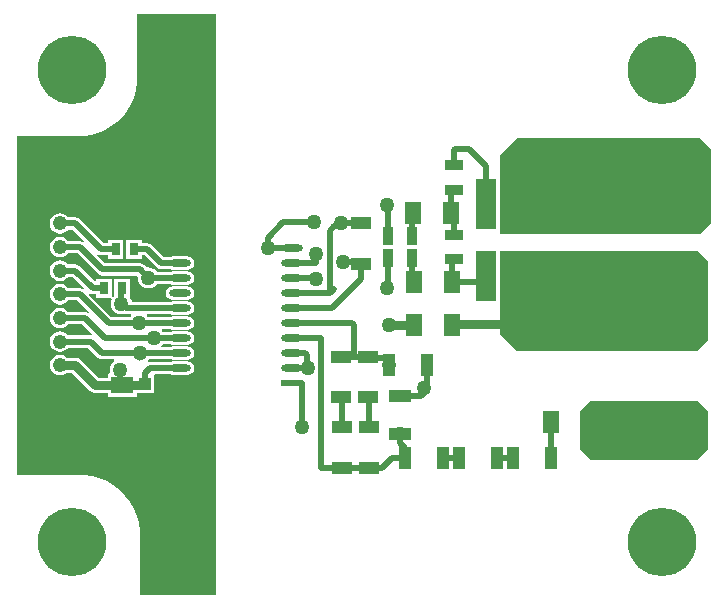
<source format=gtl>
G04 Layer_Physical_Order=1*
G04 Layer_Color=255*
%FSLAX44Y44*%
%MOMM*%
G71*
G01*
G75*
%ADD10R,1.1000X1.8500*%
%ADD11R,1.8500X1.1000*%
%ADD12R,1.9000X1.4500*%
%ADD13R,1.1000X1.0000*%
%ADD14R,1.8500X0.6000*%
%ADD15O,1.8500X0.6000*%
%ADD16R,1.4500X1.9000*%
%ADD17R,0.8000X1.0500*%
%ADD18R,0.9000X1.5000*%
%ADD19R,1.5000X0.9000*%
%ADD20R,7.6400X4.2700*%
%ADD21R,1.6600X4.2700*%
%ADD22R,1.7500X1.1000*%
%ADD23C,0.5000*%
%ADD24C,0.7500*%
%ADD25R,1.2192X1.2192*%
%ADD26C,1.2192*%
%ADD27C,2.5000*%
%ADD28C,2.4130*%
%ADD29C,5.8000*%
%ADD30C,1.2700*%
%ADD31C,1.0000*%
%ADD32C,1.3000*%
G36*
X589000Y161000D02*
X589000Y129000D01*
X580000Y120000D01*
X489000Y120000D01*
X480000Y129000D01*
X480000Y161000D01*
X489000Y170000D01*
X580000Y170000D01*
X589000Y161000D01*
D02*
G37*
G36*
X580000Y297000D02*
X589000Y288000D01*
X589000Y221000D01*
X580000Y212000D01*
X427000D01*
X413000Y226000D01*
Y297000D01*
X580000Y297000D01*
D02*
G37*
G36*
X591000Y383000D02*
X591000Y320000D01*
X582000Y311000D01*
X413000Y311000D01*
X413000Y378000D01*
X427000Y392000D01*
X582000Y392000D01*
X591000Y383000D01*
D02*
G37*
G36*
X172000Y5000D02*
X108000D01*
X108000Y56000D01*
X107891Y59335D01*
X107020Y65950D01*
X105293Y72393D01*
X102740Y78557D01*
X99405Y84334D01*
X95344Y89627D01*
X90627Y94344D01*
X85334Y98405D01*
X79557Y101740D01*
X73393Y104293D01*
X66950Y106020D01*
X60335Y106891D01*
X57000Y107000D01*
X57000Y107000D01*
X57000Y107000D01*
X4000Y107000D01*
Y394000D01*
X57000Y394000D01*
X60139Y394103D01*
X66364Y394922D01*
X72429Y396547D01*
X78230Y398950D01*
X83667Y402090D01*
X88649Y405912D01*
X93088Y410351D01*
X96910Y415333D01*
X100050Y420770D01*
X102453Y426571D01*
X104078Y432636D01*
X104897Y438861D01*
X105000Y442000D01*
X105000Y442000D01*
X105000Y497000D01*
X172000D01*
Y5000D01*
D02*
G37*
%LPC*%
G36*
X148000Y266698D02*
X135500D01*
X133338Y266269D01*
X131506Y265044D01*
X130281Y263212D01*
X129852Y261050D01*
X130281Y258888D01*
X131506Y257056D01*
X133338Y255831D01*
X135500Y255401D01*
X148000D01*
X150162Y255831D01*
X151994Y257056D01*
X153219Y258888D01*
X153649Y261050D01*
X153219Y263212D01*
X151994Y265044D01*
X150162Y266269D01*
X148000Y266698D01*
D02*
G37*
G36*
X109290Y305790D02*
X96210D01*
Y290210D01*
X109290D01*
Y292861D01*
X111872D01*
X121916Y282816D01*
X123583Y281702D01*
X125550Y281311D01*
X133219D01*
X133338Y281231D01*
X135500Y280802D01*
X148000D01*
X150162Y281231D01*
X151994Y282456D01*
X153219Y284288D01*
X153649Y286450D01*
X153219Y288612D01*
X151994Y290444D01*
X150162Y291669D01*
X148000Y292099D01*
X135500D01*
X133338Y291669D01*
X133219Y291589D01*
X127678D01*
X117634Y301634D01*
X115967Y302748D01*
X114000Y303139D01*
X109290D01*
Y305790D01*
D02*
G37*
G36*
X40000Y328667D02*
X37745Y328370D01*
X35645Y327500D01*
X33841Y326116D01*
X32457Y324312D01*
X31586Y322211D01*
X31290Y319957D01*
X31586Y317702D01*
X32457Y315601D01*
X33841Y313797D01*
X35645Y312413D01*
X37745Y311543D01*
X40000Y311246D01*
X42254Y311543D01*
X44355Y312413D01*
X46159Y313797D01*
X46942Y314818D01*
X50915D01*
X60556Y305177D01*
X59747Y304190D01*
X59076Y304638D01*
X57109Y305029D01*
X46942D01*
X46159Y306050D01*
X44355Y307434D01*
X42254Y308304D01*
X40000Y308601D01*
X37745Y308304D01*
X35645Y307434D01*
X33841Y306050D01*
X32457Y304246D01*
X31586Y302145D01*
X31290Y299891D01*
X31586Y297636D01*
X32457Y295535D01*
X33841Y293731D01*
X35645Y292347D01*
X37745Y291477D01*
X40000Y291180D01*
X42254Y291477D01*
X44355Y292347D01*
X46159Y293731D01*
X46942Y294752D01*
X54981D01*
X72366Y277366D01*
X74033Y276252D01*
X76000Y275861D01*
X105084D01*
X106125Y274696D01*
X106033Y274000D01*
X106339Y271679D01*
X107235Y269517D01*
X108660Y267660D01*
X110517Y266235D01*
X112679Y265339D01*
X115000Y265033D01*
X117321Y265339D01*
X119483Y266235D01*
X121340Y267660D01*
X122071Y268611D01*
X133219D01*
X133338Y268531D01*
X135500Y268102D01*
X148000D01*
X150162Y268531D01*
X151994Y269756D01*
X153219Y271588D01*
X153649Y273750D01*
X153219Y275912D01*
X151994Y277744D01*
X150162Y278969D01*
X148000Y279398D01*
X135500D01*
X133338Y278969D01*
X133219Y278889D01*
X122454D01*
X121340Y280340D01*
X119483Y281765D01*
X117321Y282661D01*
X115000Y282967D01*
X113498Y282769D01*
X111634Y284634D01*
X109966Y285748D01*
X108000Y286139D01*
X78128D01*
X71553Y292714D01*
X72363Y293701D01*
X73033Y293252D01*
X75000Y292861D01*
X80710D01*
Y290210D01*
X93790D01*
Y305790D01*
X80710D01*
Y303139D01*
X77129D01*
X56677Y323590D01*
X55010Y324704D01*
X53043Y325095D01*
X46942D01*
X46159Y326116D01*
X44355Y327500D01*
X42254Y328370D01*
X40000Y328667D01*
D02*
G37*
G36*
Y288789D02*
X37745Y288492D01*
X35645Y287622D01*
X33841Y286238D01*
X32457Y284434D01*
X31586Y282333D01*
X31290Y280079D01*
X31586Y277824D01*
X32457Y275723D01*
X33841Y273919D01*
X35645Y272535D01*
X37745Y271665D01*
X40000Y271368D01*
X42254Y271665D01*
X44355Y272535D01*
X46159Y273919D01*
X46942Y274940D01*
X50793D01*
X60447Y265286D01*
X59637Y264299D01*
X58966Y264748D01*
X57000Y265139D01*
X46942D01*
X46159Y266159D01*
X44355Y267544D01*
X42254Y268414D01*
X40000Y268710D01*
X37745Y268414D01*
X35645Y267544D01*
X33841Y266159D01*
X32457Y264355D01*
X31586Y262254D01*
X31290Y260000D01*
X31586Y257745D01*
X32457Y255645D01*
X33841Y253841D01*
X35645Y252456D01*
X37745Y251586D01*
X40000Y251290D01*
X42254Y251586D01*
X44355Y252456D01*
X46159Y253841D01*
X46942Y254861D01*
X54872D01*
X64445Y245287D01*
X63636Y244301D01*
X62965Y244749D01*
X60998Y245140D01*
X46942D01*
X46159Y246161D01*
X44355Y247545D01*
X42254Y248416D01*
X40000Y248712D01*
X37745Y248416D01*
X35645Y247545D01*
X33841Y246161D01*
X32457Y244357D01*
X31586Y242256D01*
X31290Y240002D01*
X31586Y237747D01*
X32457Y235646D01*
X33841Y233843D01*
X35645Y232458D01*
X37745Y231588D01*
X40000Y231291D01*
X42254Y231588D01*
X44355Y232458D01*
X46159Y233843D01*
X46942Y234863D01*
X58870D01*
X67622Y226110D01*
X66997Y224940D01*
X66001Y225138D01*
X46942D01*
X46159Y226159D01*
X44355Y227543D01*
X42254Y228413D01*
X40000Y228710D01*
X37745Y228413D01*
X35645Y227543D01*
X33841Y226159D01*
X32457Y224354D01*
X31586Y222254D01*
X31290Y219999D01*
X31586Y217745D01*
X32457Y215644D01*
X33841Y213840D01*
X35645Y212456D01*
X37745Y211586D01*
X40000Y211289D01*
X42254Y211586D01*
X44355Y212456D01*
X46159Y213840D01*
X46942Y214860D01*
X63872D01*
X72366Y206366D01*
X74033Y205252D01*
X76000Y204861D01*
X85953D01*
X86133Y204512D01*
X86290Y203591D01*
X84660Y202340D01*
X83235Y200483D01*
X82339Y198321D01*
X82033Y196000D01*
X82289Y194060D01*
X81497Y192790D01*
X80960D01*
Y189413D01*
X72656D01*
X57534Y204536D01*
X55453Y205926D01*
X52999Y206414D01*
X45828D01*
X44355Y207544D01*
X42254Y208415D01*
X40000Y208711D01*
X37745Y208415D01*
X35645Y207544D01*
X33841Y206160D01*
X32457Y204356D01*
X31586Y202255D01*
X31290Y200001D01*
X31586Y197747D01*
X32457Y195646D01*
X33841Y193842D01*
X35645Y192457D01*
X37745Y191587D01*
X40000Y191290D01*
X42254Y191587D01*
X44355Y192457D01*
X45828Y193588D01*
X50343D01*
X65465Y178465D01*
X67546Y177075D01*
X70000Y176587D01*
X80960D01*
Y173210D01*
X105040D01*
Y176460D01*
X120040D01*
Y191540D01*
X120949Y192411D01*
X133219D01*
X133338Y192331D01*
X135500Y191901D01*
X148000D01*
X150162Y192331D01*
X151994Y193556D01*
X153219Y195388D01*
X153649Y197550D01*
X153219Y199712D01*
X151994Y201544D01*
X150162Y202769D01*
X148000Y203199D01*
X135500D01*
X133338Y202769D01*
X133219Y202689D01*
X116550D01*
X115008Y202382D01*
X114467Y203512D01*
X114459Y203568D01*
X115452Y204861D01*
X134194D01*
X135500Y204601D01*
X148000D01*
X150162Y205031D01*
X151994Y206256D01*
X153219Y208088D01*
X153649Y210250D01*
X153219Y212412D01*
X151994Y214244D01*
X150162Y215469D01*
X148000Y215898D01*
X135500D01*
X133338Y215469D01*
X132845Y215139D01*
X126445D01*
X126013Y216409D01*
X126340Y216660D01*
X127262Y217861D01*
X133144D01*
X133338Y217731D01*
X135500Y217302D01*
X148000D01*
X150162Y217731D01*
X151994Y218956D01*
X153219Y220788D01*
X153649Y222950D01*
X153219Y225112D01*
X151994Y226944D01*
X150162Y228169D01*
X148000Y228598D01*
X135500D01*
X133338Y228169D01*
X133294Y228139D01*
X127262D01*
X126417Y229241D01*
X126558Y229981D01*
X126738Y230511D01*
X133219D01*
X133338Y230431D01*
X135500Y230002D01*
X148000D01*
X150162Y230431D01*
X151994Y231656D01*
X153219Y233488D01*
X153649Y235650D01*
X153219Y237812D01*
X151994Y239644D01*
X150162Y240869D01*
X148000Y241299D01*
X135500D01*
X133338Y240869D01*
X133219Y240789D01*
X114531D01*
X113647Y241941D01*
X114179Y243211D01*
X133219D01*
X133338Y243131D01*
X135500Y242701D01*
X148000D01*
X150162Y243131D01*
X151994Y244356D01*
X153219Y246188D01*
X153649Y248350D01*
X153219Y250512D01*
X151994Y252344D01*
X150162Y253569D01*
X148000Y253999D01*
X135500D01*
X133338Y253569D01*
X133219Y253489D01*
X100771D01*
X100661Y254321D01*
X99765Y256483D01*
X99553Y256760D01*
X99290Y257210D01*
Y272790D01*
X86210D01*
Y258763D01*
X85660Y258340D01*
X85060Y257559D01*
X83790Y257990D01*
X83790Y258242D01*
Y272790D01*
X70710D01*
Y271353D01*
X69440Y270827D01*
X56555Y283712D01*
X54888Y284826D01*
X52921Y285217D01*
X46942D01*
X46159Y286238D01*
X44355Y287622D01*
X42254Y288492D01*
X40000Y288789D01*
D02*
G37*
%LPD*%
G36*
X66034Y260252D02*
X68000Y259861D01*
X70710D01*
Y257210D01*
X82843D01*
X83215Y257210D01*
X83377Y257094D01*
X83631Y256703D01*
X84055Y256050D01*
X83339Y254321D01*
X83033Y252000D01*
X83339Y249679D01*
X84235Y247517D01*
X85660Y245660D01*
X87517Y244235D01*
X89679Y243339D01*
X92000Y243033D01*
X94321Y243339D01*
X94544Y243431D01*
X95650Y243211D01*
X99821D01*
X100353Y241941D01*
X99469Y240789D01*
X83478D01*
X64553Y259714D01*
X65363Y260701D01*
X66034Y260252D01*
D02*
G37*
D10*
X351000Y200000D02*
D03*
X319000D02*
D03*
X364000Y121000D02*
D03*
X332000D02*
D03*
X410000D02*
D03*
X378000D02*
D03*
X456000D02*
D03*
X424000D02*
D03*
D11*
X328000Y142000D02*
D03*
Y174000D02*
D03*
D12*
X93000Y183000D02*
D03*
Y151000D02*
D03*
D13*
X112000Y184000D02*
D03*
Y168000D02*
D03*
D14*
X236250Y184850D02*
D03*
D15*
Y197550D02*
D03*
Y210250D02*
D03*
Y222950D02*
D03*
Y235650D02*
D03*
Y248350D02*
D03*
Y261050D02*
D03*
Y273750D02*
D03*
Y286450D02*
D03*
Y299150D02*
D03*
X141750Y184850D02*
D03*
Y197550D02*
D03*
Y210250D02*
D03*
Y222950D02*
D03*
Y235650D02*
D03*
Y248350D02*
D03*
Y261050D02*
D03*
Y273750D02*
D03*
Y286450D02*
D03*
Y299150D02*
D03*
D16*
X488000Y152000D02*
D03*
X456000D02*
D03*
X371000Y329000D02*
D03*
X339000D02*
D03*
X372000Y270000D02*
D03*
X340000D02*
D03*
X372000Y234000D02*
D03*
X340000D02*
D03*
D17*
X77250Y265000D02*
D03*
X92750D02*
D03*
X87250Y298000D02*
D03*
X102750D02*
D03*
D18*
X338500Y309000D02*
D03*
X317500D02*
D03*
X338500Y291000D02*
D03*
X317500D02*
D03*
D19*
X374000Y369500D02*
D03*
Y348500D02*
D03*
Y310500D02*
D03*
Y289500D02*
D03*
D20*
X453250Y275250D02*
D03*
Y336750D02*
D03*
D21*
X400650Y275250D02*
D03*
Y336750D02*
D03*
D22*
X279000Y147250D02*
D03*
Y112750D02*
D03*
X302000D02*
D03*
Y147250D02*
D03*
X278001Y207250D02*
D03*
Y172750D02*
D03*
X301000Y172750D02*
D03*
Y207250D02*
D03*
X295000Y285750D02*
D03*
Y320250D02*
D03*
D23*
X249550Y197550D02*
Y208450D01*
X301000Y206000D02*
X318000D01*
X236250Y273750D02*
X260250D01*
X245000Y148000D02*
Y185000D01*
X81350Y235650D02*
X141750D01*
X268610Y313830D02*
X272390Y317610D01*
X268610Y264490D02*
Y313830D01*
X216000Y308000D02*
X228999Y320999D01*
X255000D01*
X256999Y286450D02*
Y293999D01*
X236250Y286450D02*
X256999D01*
X295000Y285750D02*
Y287000D01*
X280000D02*
X295000D01*
X268610Y264490D02*
X272390D01*
X256999Y272999D02*
X259499D01*
X260250Y273750D01*
X278000Y320250D02*
X295000D01*
X128850Y184850D02*
X141750D01*
X247750Y210250D02*
X249550Y208450D01*
X236250Y210250D02*
X247750D01*
X112000Y168000D02*
X123000D01*
X115250Y273750D02*
X141750D01*
X116550Y197550D02*
X141750D01*
X125550Y286450D02*
X141750D01*
X114000Y298000D02*
X125550Y286450D01*
X125000Y181000D02*
X128850Y184850D01*
X95650Y248350D02*
X141750D01*
X108000Y210000D02*
X141500D01*
X120000Y223000D02*
X141700D01*
X216000Y299000D02*
X236100D01*
X216000D02*
Y308000D01*
X108000Y281000D02*
X115000Y274000D01*
X112000Y193000D02*
X116550Y197550D01*
X78000Y223000D02*
X120000D01*
X76000Y281000D02*
X108000D01*
X92000Y252000D02*
Y264250D01*
X76000Y210000D02*
X108000D01*
X57000Y260000D02*
X81350Y235650D01*
X66001Y219999D02*
X76000Y210000D01*
X60998Y240002D02*
X78000Y223000D01*
X236250Y235650D02*
X287350D01*
X289000Y234000D01*
Y207250D02*
Y234000D01*
X371000Y345500D02*
X374000Y348500D01*
X371000Y329000D02*
Y345500D01*
Y329000D02*
X374000Y326000D01*
Y310500D02*
Y326000D01*
X372000Y287500D02*
X374000Y289500D01*
X372000Y270000D02*
Y287500D01*
X395400Y270000D02*
X400650Y275250D01*
X372000Y270000D02*
X395400D01*
X338500Y271500D02*
X340000Y270000D01*
X338500Y271500D02*
Y291000D01*
Y328500D02*
X339000Y329000D01*
X338500Y309000D02*
Y328500D01*
X374000Y369500D02*
Y382000D01*
X375000Y383000D01*
X386000D01*
X400650Y368350D01*
Y336750D02*
Y368350D01*
X317000Y336000D02*
X317500Y335500D01*
Y309000D02*
Y335500D01*
X317000Y265000D02*
X317500Y265500D01*
Y291000D01*
X295000Y273000D02*
Y285750D01*
X270350Y248350D02*
X295000Y273000D01*
X236250Y248350D02*
X270350D01*
X268950Y261050D02*
X272390Y264490D01*
X236250Y261050D02*
X268950D01*
X236250Y222950D02*
X261390D01*
Y112750D02*
Y222950D01*
X279000Y112750D02*
X302000D01*
X261390D02*
X279000D01*
X236100Y299000D02*
X236250Y299150D01*
Y197550D02*
X249550D01*
X236400Y185000D02*
X245000D01*
X236250Y184850D02*
X236400Y185000D01*
X318000Y201000D02*
Y206000D01*
X301000D02*
Y207250D01*
X301000Y207250D01*
X318000Y201000D02*
X319000Y200000D01*
X301000Y172750D02*
X302000Y171750D01*
Y147250D02*
Y171750D01*
X278001Y172750D02*
X279000Y171752D01*
Y147250D02*
Y171752D01*
X278001Y207250D02*
X289000D01*
X301000D01*
X351000Y184000D02*
Y200000D01*
X348000Y181000D02*
X351000Y184000D01*
X348000Y176000D02*
Y181000D01*
X346000Y174000D02*
X348000Y176000D01*
X330000Y174000D02*
X346000D01*
X329000Y173000D02*
X330000Y174000D01*
X328000Y174000D02*
X329000Y173000D01*
X332000Y121000D02*
Y130000D01*
X328000Y134000D02*
X332000Y130000D01*
X328000Y134000D02*
Y142000D01*
X321000Y121000D02*
X332000D01*
X312750Y112750D02*
X321000Y121000D01*
X302000Y112750D02*
X312750D01*
X364000Y121000D02*
X378000D01*
X410000D02*
X424000D01*
X456000Y152000D02*
X456000Y152000D01*
Y121000D02*
Y152000D01*
X141750Y299150D02*
X141900Y299000D01*
X157000D01*
X156850Y184850D02*
X157000Y185000D01*
X141750Y184850D02*
X156850D01*
X57109Y299891D02*
X76000Y281000D01*
X102750Y298000D02*
X114000D01*
X75000D02*
X87250D01*
X53043Y319957D02*
X75000Y298000D01*
X40000Y319957D02*
X53043D01*
X40000Y299891D02*
X57109D01*
X115000Y274000D02*
X115000D01*
X115250Y273750D01*
X92000Y252000D02*
X95650Y248350D01*
X68000Y265000D02*
X77250D01*
X52921Y280079D02*
X68000Y265000D01*
X40000Y280079D02*
X52921D01*
X92000Y264250D02*
X92750Y265000D01*
X91000Y183000D02*
Y196000D01*
X40000Y260000D02*
X57000D01*
X40000Y240002D02*
X60998D01*
X40000Y219999D02*
X66001D01*
X141700Y223000D02*
X141750Y222950D01*
X141500Y210000D02*
X141750Y210250D01*
X123000Y168000D02*
X125000Y170000D01*
Y181000D01*
X112000Y184000D02*
Y193000D01*
D24*
X93000Y151000D02*
X112000D01*
X64000D02*
X93000D01*
Y183000D02*
X111000D01*
X91000D02*
X93000D01*
X319000Y234000D02*
X340000D01*
X372000D02*
X373000Y235000D01*
X430000D01*
X112000Y151000D02*
Y168000D01*
X111000Y183000D02*
X112000Y184000D01*
X70000Y183000D02*
X91000D01*
X52999Y200001D02*
X70000Y183000D01*
X40000Y200001D02*
X52999D01*
X59000Y156000D02*
X64000Y151000D01*
X59000Y156000D02*
Y171000D01*
X50000Y180000D02*
X59000Y171000D01*
X40003Y180000D02*
X50000D01*
X40000Y180003D02*
X40003Y180000D01*
D25*
X40000Y180003D02*
D03*
D26*
Y200001D02*
D03*
Y219999D02*
D03*
Y240002D02*
D03*
Y260000D02*
D03*
Y280079D02*
D03*
Y299891D02*
D03*
Y319957D02*
D03*
D27*
X573400Y328260D02*
D03*
X522600D02*
D03*
X548000Y280000D02*
D03*
Y229200D02*
D03*
D28*
X524000Y143000D02*
D03*
X574800D02*
D03*
D29*
X550000Y450000D02*
D03*
Y50000D02*
D03*
X50000D02*
D03*
Y450000D02*
D03*
D30*
X255000Y320999D02*
D03*
X256999Y272999D02*
D03*
Y293999D02*
D03*
X280000Y287000D02*
D03*
X278000Y320250D02*
D03*
X319000Y234000D02*
D03*
X317000Y336000D02*
D03*
Y265000D02*
D03*
X216000Y299000D02*
D03*
X245000Y148000D02*
D03*
X250000Y198000D02*
D03*
X319000Y200000D02*
D03*
X348000Y181000D02*
D03*
X328000Y142000D02*
D03*
X157000Y299000D02*
D03*
Y185000D02*
D03*
X115000Y274000D02*
D03*
X92000Y252000D02*
D03*
X91000Y196000D02*
D03*
X120000Y223000D02*
D03*
X107000Y236000D02*
D03*
D31*
X580000Y280000D02*
D03*
Y265000D02*
D03*
Y250000D02*
D03*
Y235000D02*
D03*
X565000Y265000D02*
D03*
Y250000D02*
D03*
Y220000D02*
D03*
X550000Y250000D02*
D03*
X535000Y265000D02*
D03*
Y250000D02*
D03*
X520000Y280000D02*
D03*
Y265000D02*
D03*
Y250000D02*
D03*
Y235000D02*
D03*
Y220000D02*
D03*
X505000Y280000D02*
D03*
Y265000D02*
D03*
Y250000D02*
D03*
Y235000D02*
D03*
Y220000D02*
D03*
X490000Y235000D02*
D03*
Y220000D02*
D03*
X475000Y235000D02*
D03*
Y220000D02*
D03*
X460000Y235000D02*
D03*
Y220000D02*
D03*
X445000Y235000D02*
D03*
Y220000D02*
D03*
X430000Y235000D02*
D03*
Y220000D02*
D03*
X580000Y370000D02*
D03*
Y355000D02*
D03*
X565000Y385000D02*
D03*
Y370000D02*
D03*
Y355000D02*
D03*
X550000Y385000D02*
D03*
Y370000D02*
D03*
Y355000D02*
D03*
Y340000D02*
D03*
Y325000D02*
D03*
X535000Y385000D02*
D03*
Y370000D02*
D03*
Y355000D02*
D03*
X520000Y385000D02*
D03*
Y370000D02*
D03*
Y355000D02*
D03*
X505000Y385000D02*
D03*
Y370000D02*
D03*
Y355000D02*
D03*
Y340000D02*
D03*
X490000Y385000D02*
D03*
Y370000D02*
D03*
X475000Y385000D02*
D03*
Y370000D02*
D03*
X460000Y385000D02*
D03*
Y370000D02*
D03*
X445000Y385000D02*
D03*
Y370000D02*
D03*
X430000Y385000D02*
D03*
Y370000D02*
D03*
D32*
X108000Y210000D02*
D03*
M02*

</source>
